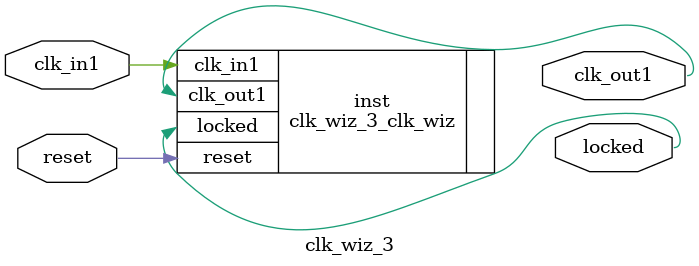
<source format=v>


`timescale 1ps/1ps

(* CORE_GENERATION_INFO = "clk_wiz_3,clk_wiz_v5_3_1,{component_name=clk_wiz_3,use_phase_alignment=true,use_min_o_jitter=false,use_max_i_jitter=false,use_dyn_phase_shift=false,use_inclk_switchover=false,use_dyn_reconfig=false,enable_axi=0,feedback_source=FDBK_AUTO,PRIMITIVE=MMCM,num_out_clk=1,clkin1_period=5.0,clkin2_period=10.0,use_power_down=false,use_reset=true,use_locked=true,use_inclk_stopped=false,feedback_type=SINGLE,CLOCK_MGR_TYPE=NA,manual_override=false}" *)

module clk_wiz_3 
 (
 // Clock in ports
  input         clk_in1,
  // Clock out ports
  output        clk_out1,
  // Status and control signals
  input         reset,
  output        locked
 );

  clk_wiz_3_clk_wiz inst
  (
 // Clock in ports
  .clk_in1(clk_in1),
  // Clock out ports  
  .clk_out1(clk_out1),
  // Status and control signals               
  .reset(reset), 
  .locked(locked)            
  );

endmodule

</source>
